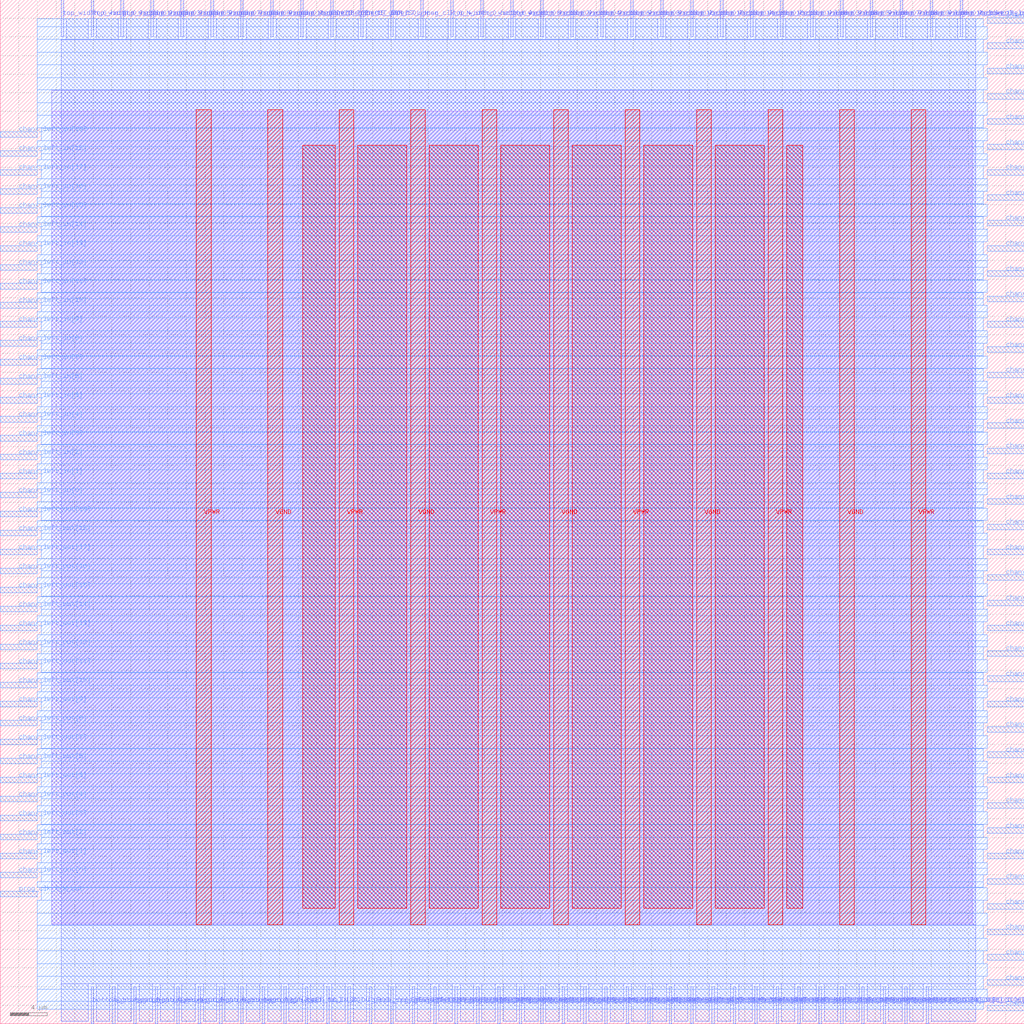
<source format=lef>
VERSION 5.7 ;
  NOWIREEXTENSIONATPIN ON ;
  DIVIDERCHAR "/" ;
  BUSBITCHARS "[]" ;
MACRO cbx_1__0_
  CLASS BLOCK ;
  FOREIGN cbx_1__0_ ;
  ORIGIN 0.000 0.000 ;
  SIZE 110.000 BY 110.000 ;
  PIN IO_ISOL_N
    DIRECTION INPUT ;
    USE SIGNAL ;
    PORT
      LAYER met2 ;
        RECT 41.950 106.000 42.230 110.000 ;
    END
  END IO_ISOL_N
  PIN SC_IN_BOT
    DIRECTION INPUT ;
    USE SIGNAL ;
    PORT
      LAYER met2 ;
        RECT 35.050 0.000 35.330 4.000 ;
    END
  END SC_IN_BOT
  PIN SC_IN_TOP
    DIRECTION INPUT ;
    USE SIGNAL ;
    PORT
      LAYER met2 ;
        RECT 35.510 106.000 35.790 110.000 ;
    END
  END SC_IN_TOP
  PIN SC_OUT_BOT
    DIRECTION OUTPUT TRISTATE ;
    USE SIGNAL ;
    PORT
      LAYER met2 ;
        RECT 37.350 0.000 37.630 4.000 ;
    END
  END SC_OUT_BOT
  PIN SC_OUT_TOP
    DIRECTION OUTPUT TRISTATE ;
    USE SIGNAL ;
    PORT
      LAYER met2 ;
        RECT 38.730 106.000 39.010 110.000 ;
    END
  END SC_OUT_TOP
  PIN VGND
    DIRECTION INOUT ;
    USE GROUND ;
    PORT
      LAYER met4 ;
        RECT 28.720 10.640 30.320 98.160 ;
    END
    PORT
      LAYER met4 ;
        RECT 44.080 10.640 45.680 98.160 ;
    END
    PORT
      LAYER met4 ;
        RECT 59.440 10.640 61.040 98.160 ;
    END
    PORT
      LAYER met4 ;
        RECT 74.800 10.640 76.400 98.160 ;
    END
    PORT
      LAYER met4 ;
        RECT 90.160 10.640 91.760 98.160 ;
    END
  END VGND
  PIN VPWR
    DIRECTION INOUT ;
    USE POWER ;
    PORT
      LAYER met4 ;
        RECT 21.040 10.640 22.640 98.160 ;
    END
    PORT
      LAYER met4 ;
        RECT 36.400 10.640 38.000 98.160 ;
    END
    PORT
      LAYER met4 ;
        RECT 51.760 10.640 53.360 98.160 ;
    END
    PORT
      LAYER met4 ;
        RECT 67.120 10.640 68.720 98.160 ;
    END
    PORT
      LAYER met4 ;
        RECT 82.480 10.640 84.080 98.160 ;
    END
    PORT
      LAYER met4 ;
        RECT 97.840 10.640 99.440 98.160 ;
    END
  END VPWR
  PIN bottom_grid_pin_0_
    DIRECTION OUTPUT TRISTATE ;
    USE SIGNAL ;
    PORT
      LAYER met2 ;
        RECT 9.750 0.000 10.030 4.000 ;
    END
  END bottom_grid_pin_0_
  PIN bottom_grid_pin_10_
    DIRECTION OUTPUT TRISTATE ;
    USE SIGNAL ;
    PORT
      LAYER met2 ;
        RECT 21.250 0.000 21.530 4.000 ;
    END
  END bottom_grid_pin_10_
  PIN bottom_grid_pin_12_
    DIRECTION OUTPUT TRISTATE ;
    USE SIGNAL ;
    PORT
      LAYER met2 ;
        RECT 23.550 0.000 23.830 4.000 ;
    END
  END bottom_grid_pin_12_
  PIN bottom_grid_pin_14_
    DIRECTION OUTPUT TRISTATE ;
    USE SIGNAL ;
    PORT
      LAYER met2 ;
        RECT 25.850 0.000 26.130 4.000 ;
    END
  END bottom_grid_pin_14_
  PIN bottom_grid_pin_16_
    DIRECTION OUTPUT TRISTATE ;
    USE SIGNAL ;
    PORT
      LAYER met2 ;
        RECT 28.150 0.000 28.430 4.000 ;
    END
  END bottom_grid_pin_16_
  PIN bottom_grid_pin_2_
    DIRECTION OUTPUT TRISTATE ;
    USE SIGNAL ;
    PORT
      LAYER met2 ;
        RECT 12.050 0.000 12.330 4.000 ;
    END
  END bottom_grid_pin_2_
  PIN bottom_grid_pin_4_
    DIRECTION OUTPUT TRISTATE ;
    USE SIGNAL ;
    PORT
      LAYER met2 ;
        RECT 14.350 0.000 14.630 4.000 ;
    END
  END bottom_grid_pin_4_
  PIN bottom_grid_pin_6_
    DIRECTION OUTPUT TRISTATE ;
    USE SIGNAL ;
    PORT
      LAYER met2 ;
        RECT 16.650 0.000 16.930 4.000 ;
    END
  END bottom_grid_pin_6_
  PIN bottom_grid_pin_8_
    DIRECTION OUTPUT TRISTATE ;
    USE SIGNAL ;
    PORT
      LAYER met2 ;
        RECT 18.950 0.000 19.230 4.000 ;
    END
  END bottom_grid_pin_8_
  PIN ccff_head
    DIRECTION INPUT ;
    USE SIGNAL ;
    PORT
      LAYER met2 ;
        RECT 30.450 0.000 30.730 4.000 ;
    END
  END ccff_head
  PIN ccff_tail
    DIRECTION OUTPUT TRISTATE ;
    USE SIGNAL ;
    PORT
      LAYER met2 ;
        RECT 32.750 0.000 33.030 4.000 ;
    END
  END ccff_tail
  PIN chanx_left_in[0]
    DIRECTION INPUT ;
    USE SIGNAL ;
    PORT
      LAYER met3 ;
        RECT 0.000 56.480 4.000 57.080 ;
    END
  END chanx_left_in[0]
  PIN chanx_left_in[10]
    DIRECTION INPUT ;
    USE SIGNAL ;
    PORT
      LAYER met3 ;
        RECT 0.000 76.880 4.000 77.480 ;
    END
  END chanx_left_in[10]
  PIN chanx_left_in[11]
    DIRECTION INPUT ;
    USE SIGNAL ;
    PORT
      LAYER met3 ;
        RECT 0.000 78.920 4.000 79.520 ;
    END
  END chanx_left_in[11]
  PIN chanx_left_in[12]
    DIRECTION INPUT ;
    USE SIGNAL ;
    PORT
      LAYER met3 ;
        RECT 0.000 80.960 4.000 81.560 ;
    END
  END chanx_left_in[12]
  PIN chanx_left_in[13]
    DIRECTION INPUT ;
    USE SIGNAL ;
    PORT
      LAYER met3 ;
        RECT 0.000 83.000 4.000 83.600 ;
    END
  END chanx_left_in[13]
  PIN chanx_left_in[14]
    DIRECTION INPUT ;
    USE SIGNAL ;
    PORT
      LAYER met3 ;
        RECT 0.000 85.040 4.000 85.640 ;
    END
  END chanx_left_in[14]
  PIN chanx_left_in[15]
    DIRECTION INPUT ;
    USE SIGNAL ;
    PORT
      LAYER met3 ;
        RECT 0.000 87.080 4.000 87.680 ;
    END
  END chanx_left_in[15]
  PIN chanx_left_in[16]
    DIRECTION INPUT ;
    USE SIGNAL ;
    PORT
      LAYER met3 ;
        RECT 0.000 89.120 4.000 89.720 ;
    END
  END chanx_left_in[16]
  PIN chanx_left_in[17]
    DIRECTION INPUT ;
    USE SIGNAL ;
    PORT
      LAYER met3 ;
        RECT 0.000 91.160 4.000 91.760 ;
    END
  END chanx_left_in[17]
  PIN chanx_left_in[18]
    DIRECTION INPUT ;
    USE SIGNAL ;
    PORT
      LAYER met3 ;
        RECT 0.000 93.200 4.000 93.800 ;
    END
  END chanx_left_in[18]
  PIN chanx_left_in[19]
    DIRECTION INPUT ;
    USE SIGNAL ;
    PORT
      LAYER met3 ;
        RECT 0.000 95.240 4.000 95.840 ;
    END
  END chanx_left_in[19]
  PIN chanx_left_in[1]
    DIRECTION INPUT ;
    USE SIGNAL ;
    PORT
      LAYER met3 ;
        RECT 0.000 58.520 4.000 59.120 ;
    END
  END chanx_left_in[1]
  PIN chanx_left_in[2]
    DIRECTION INPUT ;
    USE SIGNAL ;
    PORT
      LAYER met3 ;
        RECT 0.000 60.560 4.000 61.160 ;
    END
  END chanx_left_in[2]
  PIN chanx_left_in[3]
    DIRECTION INPUT ;
    USE SIGNAL ;
    PORT
      LAYER met3 ;
        RECT 0.000 62.600 4.000 63.200 ;
    END
  END chanx_left_in[3]
  PIN chanx_left_in[4]
    DIRECTION INPUT ;
    USE SIGNAL ;
    PORT
      LAYER met3 ;
        RECT 0.000 64.640 4.000 65.240 ;
    END
  END chanx_left_in[4]
  PIN chanx_left_in[5]
    DIRECTION INPUT ;
    USE SIGNAL ;
    PORT
      LAYER met3 ;
        RECT 0.000 66.680 4.000 67.280 ;
    END
  END chanx_left_in[5]
  PIN chanx_left_in[6]
    DIRECTION INPUT ;
    USE SIGNAL ;
    PORT
      LAYER met3 ;
        RECT 0.000 68.720 4.000 69.320 ;
    END
  END chanx_left_in[6]
  PIN chanx_left_in[7]
    DIRECTION INPUT ;
    USE SIGNAL ;
    PORT
      LAYER met3 ;
        RECT 0.000 70.760 4.000 71.360 ;
    END
  END chanx_left_in[7]
  PIN chanx_left_in[8]
    DIRECTION INPUT ;
    USE SIGNAL ;
    PORT
      LAYER met3 ;
        RECT 0.000 72.800 4.000 73.400 ;
    END
  END chanx_left_in[8]
  PIN chanx_left_in[9]
    DIRECTION INPUT ;
    USE SIGNAL ;
    PORT
      LAYER met3 ;
        RECT 0.000 74.840 4.000 75.440 ;
    END
  END chanx_left_in[9]
  PIN chanx_left_out[0]
    DIRECTION OUTPUT TRISTATE ;
    USE SIGNAL ;
    PORT
      LAYER met3 ;
        RECT 0.000 15.680 4.000 16.280 ;
    END
  END chanx_left_out[0]
  PIN chanx_left_out[10]
    DIRECTION OUTPUT TRISTATE ;
    USE SIGNAL ;
    PORT
      LAYER met3 ;
        RECT 0.000 36.080 4.000 36.680 ;
    END
  END chanx_left_out[10]
  PIN chanx_left_out[11]
    DIRECTION OUTPUT TRISTATE ;
    USE SIGNAL ;
    PORT
      LAYER met3 ;
        RECT 0.000 38.120 4.000 38.720 ;
    END
  END chanx_left_out[11]
  PIN chanx_left_out[12]
    DIRECTION OUTPUT TRISTATE ;
    USE SIGNAL ;
    PORT
      LAYER met3 ;
        RECT 0.000 40.160 4.000 40.760 ;
    END
  END chanx_left_out[12]
  PIN chanx_left_out[13]
    DIRECTION OUTPUT TRISTATE ;
    USE SIGNAL ;
    PORT
      LAYER met3 ;
        RECT 0.000 42.200 4.000 42.800 ;
    END
  END chanx_left_out[13]
  PIN chanx_left_out[14]
    DIRECTION OUTPUT TRISTATE ;
    USE SIGNAL ;
    PORT
      LAYER met3 ;
        RECT 0.000 44.240 4.000 44.840 ;
    END
  END chanx_left_out[14]
  PIN chanx_left_out[15]
    DIRECTION OUTPUT TRISTATE ;
    USE SIGNAL ;
    PORT
      LAYER met3 ;
        RECT 0.000 46.280 4.000 46.880 ;
    END
  END chanx_left_out[15]
  PIN chanx_left_out[16]
    DIRECTION OUTPUT TRISTATE ;
    USE SIGNAL ;
    PORT
      LAYER met3 ;
        RECT 0.000 48.320 4.000 48.920 ;
    END
  END chanx_left_out[16]
  PIN chanx_left_out[17]
    DIRECTION OUTPUT TRISTATE ;
    USE SIGNAL ;
    PORT
      LAYER met3 ;
        RECT 0.000 50.360 4.000 50.960 ;
    END
  END chanx_left_out[17]
  PIN chanx_left_out[18]
    DIRECTION OUTPUT TRISTATE ;
    USE SIGNAL ;
    PORT
      LAYER met3 ;
        RECT 0.000 52.400 4.000 53.000 ;
    END
  END chanx_left_out[18]
  PIN chanx_left_out[19]
    DIRECTION OUTPUT TRISTATE ;
    USE SIGNAL ;
    PORT
      LAYER met3 ;
        RECT 0.000 54.440 4.000 55.040 ;
    END
  END chanx_left_out[19]
  PIN chanx_left_out[1]
    DIRECTION OUTPUT TRISTATE ;
    USE SIGNAL ;
    PORT
      LAYER met3 ;
        RECT 0.000 17.720 4.000 18.320 ;
    END
  END chanx_left_out[1]
  PIN chanx_left_out[2]
    DIRECTION OUTPUT TRISTATE ;
    USE SIGNAL ;
    PORT
      LAYER met3 ;
        RECT 0.000 19.760 4.000 20.360 ;
    END
  END chanx_left_out[2]
  PIN chanx_left_out[3]
    DIRECTION OUTPUT TRISTATE ;
    USE SIGNAL ;
    PORT
      LAYER met3 ;
        RECT 0.000 21.800 4.000 22.400 ;
    END
  END chanx_left_out[3]
  PIN chanx_left_out[4]
    DIRECTION OUTPUT TRISTATE ;
    USE SIGNAL ;
    PORT
      LAYER met3 ;
        RECT 0.000 23.840 4.000 24.440 ;
    END
  END chanx_left_out[4]
  PIN chanx_left_out[5]
    DIRECTION OUTPUT TRISTATE ;
    USE SIGNAL ;
    PORT
      LAYER met3 ;
        RECT 0.000 25.880 4.000 26.480 ;
    END
  END chanx_left_out[5]
  PIN chanx_left_out[6]
    DIRECTION OUTPUT TRISTATE ;
    USE SIGNAL ;
    PORT
      LAYER met3 ;
        RECT 0.000 27.920 4.000 28.520 ;
    END
  END chanx_left_out[6]
  PIN chanx_left_out[7]
    DIRECTION OUTPUT TRISTATE ;
    USE SIGNAL ;
    PORT
      LAYER met3 ;
        RECT 0.000 29.960 4.000 30.560 ;
    END
  END chanx_left_out[7]
  PIN chanx_left_out[8]
    DIRECTION OUTPUT TRISTATE ;
    USE SIGNAL ;
    PORT
      LAYER met3 ;
        RECT 0.000 32.000 4.000 32.600 ;
    END
  END chanx_left_out[8]
  PIN chanx_left_out[9]
    DIRECTION OUTPUT TRISTATE ;
    USE SIGNAL ;
    PORT
      LAYER met3 ;
        RECT 0.000 34.040 4.000 34.640 ;
    END
  END chanx_left_out[9]
  PIN chanx_right_in[0]
    DIRECTION INPUT ;
    USE SIGNAL ;
    PORT
      LAYER met3 ;
        RECT 106.000 1.400 110.000 2.000 ;
    END
  END chanx_right_in[0]
  PIN chanx_right_in[10]
    DIRECTION INPUT ;
    USE SIGNAL ;
    PORT
      LAYER met3 ;
        RECT 106.000 28.600 110.000 29.200 ;
    END
  END chanx_right_in[10]
  PIN chanx_right_in[11]
    DIRECTION INPUT ;
    USE SIGNAL ;
    PORT
      LAYER met3 ;
        RECT 106.000 31.320 110.000 31.920 ;
    END
  END chanx_right_in[11]
  PIN chanx_right_in[12]
    DIRECTION INPUT ;
    USE SIGNAL ;
    PORT
      LAYER met3 ;
        RECT 106.000 34.040 110.000 34.640 ;
    END
  END chanx_right_in[12]
  PIN chanx_right_in[13]
    DIRECTION INPUT ;
    USE SIGNAL ;
    PORT
      LAYER met3 ;
        RECT 106.000 36.760 110.000 37.360 ;
    END
  END chanx_right_in[13]
  PIN chanx_right_in[14]
    DIRECTION INPUT ;
    USE SIGNAL ;
    PORT
      LAYER met3 ;
        RECT 106.000 39.480 110.000 40.080 ;
    END
  END chanx_right_in[14]
  PIN chanx_right_in[15]
    DIRECTION INPUT ;
    USE SIGNAL ;
    PORT
      LAYER met3 ;
        RECT 106.000 42.200 110.000 42.800 ;
    END
  END chanx_right_in[15]
  PIN chanx_right_in[16]
    DIRECTION INPUT ;
    USE SIGNAL ;
    PORT
      LAYER met3 ;
        RECT 106.000 44.920 110.000 45.520 ;
    END
  END chanx_right_in[16]
  PIN chanx_right_in[17]
    DIRECTION INPUT ;
    USE SIGNAL ;
    PORT
      LAYER met3 ;
        RECT 106.000 47.640 110.000 48.240 ;
    END
  END chanx_right_in[17]
  PIN chanx_right_in[18]
    DIRECTION INPUT ;
    USE SIGNAL ;
    PORT
      LAYER met3 ;
        RECT 106.000 50.360 110.000 50.960 ;
    END
  END chanx_right_in[18]
  PIN chanx_right_in[19]
    DIRECTION INPUT ;
    USE SIGNAL ;
    PORT
      LAYER met3 ;
        RECT 106.000 53.080 110.000 53.680 ;
    END
  END chanx_right_in[19]
  PIN chanx_right_in[1]
    DIRECTION INPUT ;
    USE SIGNAL ;
    PORT
      LAYER met3 ;
        RECT 106.000 4.120 110.000 4.720 ;
    END
  END chanx_right_in[1]
  PIN chanx_right_in[2]
    DIRECTION INPUT ;
    USE SIGNAL ;
    PORT
      LAYER met3 ;
        RECT 106.000 6.840 110.000 7.440 ;
    END
  END chanx_right_in[2]
  PIN chanx_right_in[3]
    DIRECTION INPUT ;
    USE SIGNAL ;
    PORT
      LAYER met3 ;
        RECT 106.000 9.560 110.000 10.160 ;
    END
  END chanx_right_in[3]
  PIN chanx_right_in[4]
    DIRECTION INPUT ;
    USE SIGNAL ;
    PORT
      LAYER met3 ;
        RECT 106.000 12.280 110.000 12.880 ;
    END
  END chanx_right_in[4]
  PIN chanx_right_in[5]
    DIRECTION INPUT ;
    USE SIGNAL ;
    PORT
      LAYER met3 ;
        RECT 106.000 15.000 110.000 15.600 ;
    END
  END chanx_right_in[5]
  PIN chanx_right_in[6]
    DIRECTION INPUT ;
    USE SIGNAL ;
    PORT
      LAYER met3 ;
        RECT 106.000 17.720 110.000 18.320 ;
    END
  END chanx_right_in[6]
  PIN chanx_right_in[7]
    DIRECTION INPUT ;
    USE SIGNAL ;
    PORT
      LAYER met3 ;
        RECT 106.000 20.440 110.000 21.040 ;
    END
  END chanx_right_in[7]
  PIN chanx_right_in[8]
    DIRECTION INPUT ;
    USE SIGNAL ;
    PORT
      LAYER met3 ;
        RECT 106.000 23.160 110.000 23.760 ;
    END
  END chanx_right_in[8]
  PIN chanx_right_in[9]
    DIRECTION INPUT ;
    USE SIGNAL ;
    PORT
      LAYER met3 ;
        RECT 106.000 25.880 110.000 26.480 ;
    END
  END chanx_right_in[9]
  PIN chanx_right_out[0]
    DIRECTION OUTPUT TRISTATE ;
    USE SIGNAL ;
    PORT
      LAYER met3 ;
        RECT 106.000 55.800 110.000 56.400 ;
    END
  END chanx_right_out[0]
  PIN chanx_right_out[10]
    DIRECTION OUTPUT TRISTATE ;
    USE SIGNAL ;
    PORT
      LAYER met3 ;
        RECT 106.000 83.000 110.000 83.600 ;
    END
  END chanx_right_out[10]
  PIN chanx_right_out[11]
    DIRECTION OUTPUT TRISTATE ;
    USE SIGNAL ;
    PORT
      LAYER met3 ;
        RECT 106.000 85.720 110.000 86.320 ;
    END
  END chanx_right_out[11]
  PIN chanx_right_out[12]
    DIRECTION OUTPUT TRISTATE ;
    USE SIGNAL ;
    PORT
      LAYER met3 ;
        RECT 106.000 88.440 110.000 89.040 ;
    END
  END chanx_right_out[12]
  PIN chanx_right_out[13]
    DIRECTION OUTPUT TRISTATE ;
    USE SIGNAL ;
    PORT
      LAYER met3 ;
        RECT 106.000 91.160 110.000 91.760 ;
    END
  END chanx_right_out[13]
  PIN chanx_right_out[14]
    DIRECTION OUTPUT TRISTATE ;
    USE SIGNAL ;
    PORT
      LAYER met3 ;
        RECT 106.000 93.880 110.000 94.480 ;
    END
  END chanx_right_out[14]
  PIN chanx_right_out[15]
    DIRECTION OUTPUT TRISTATE ;
    USE SIGNAL ;
    PORT
      LAYER met3 ;
        RECT 106.000 96.600 110.000 97.200 ;
    END
  END chanx_right_out[15]
  PIN chanx_right_out[16]
    DIRECTION OUTPUT TRISTATE ;
    USE SIGNAL ;
    PORT
      LAYER met3 ;
        RECT 106.000 99.320 110.000 99.920 ;
    END
  END chanx_right_out[16]
  PIN chanx_right_out[17]
    DIRECTION OUTPUT TRISTATE ;
    USE SIGNAL ;
    PORT
      LAYER met3 ;
        RECT 106.000 102.040 110.000 102.640 ;
    END
  END chanx_right_out[17]
  PIN chanx_right_out[18]
    DIRECTION OUTPUT TRISTATE ;
    USE SIGNAL ;
    PORT
      LAYER met3 ;
        RECT 106.000 104.760 110.000 105.360 ;
    END
  END chanx_right_out[18]
  PIN chanx_right_out[19]
    DIRECTION OUTPUT TRISTATE ;
    USE SIGNAL ;
    PORT
      LAYER met3 ;
        RECT 106.000 107.480 110.000 108.080 ;
    END
  END chanx_right_out[19]
  PIN chanx_right_out[1]
    DIRECTION OUTPUT TRISTATE ;
    USE SIGNAL ;
    PORT
      LAYER met3 ;
        RECT 106.000 58.520 110.000 59.120 ;
    END
  END chanx_right_out[1]
  PIN chanx_right_out[2]
    DIRECTION OUTPUT TRISTATE ;
    USE SIGNAL ;
    PORT
      LAYER met3 ;
        RECT 106.000 61.240 110.000 61.840 ;
    END
  END chanx_right_out[2]
  PIN chanx_right_out[3]
    DIRECTION OUTPUT TRISTATE ;
    USE SIGNAL ;
    PORT
      LAYER met3 ;
        RECT 106.000 63.960 110.000 64.560 ;
    END
  END chanx_right_out[3]
  PIN chanx_right_out[4]
    DIRECTION OUTPUT TRISTATE ;
    USE SIGNAL ;
    PORT
      LAYER met3 ;
        RECT 106.000 66.680 110.000 67.280 ;
    END
  END chanx_right_out[4]
  PIN chanx_right_out[5]
    DIRECTION OUTPUT TRISTATE ;
    USE SIGNAL ;
    PORT
      LAYER met3 ;
        RECT 106.000 69.400 110.000 70.000 ;
    END
  END chanx_right_out[5]
  PIN chanx_right_out[6]
    DIRECTION OUTPUT TRISTATE ;
    USE SIGNAL ;
    PORT
      LAYER met3 ;
        RECT 106.000 72.120 110.000 72.720 ;
    END
  END chanx_right_out[6]
  PIN chanx_right_out[7]
    DIRECTION OUTPUT TRISTATE ;
    USE SIGNAL ;
    PORT
      LAYER met3 ;
        RECT 106.000 74.840 110.000 75.440 ;
    END
  END chanx_right_out[7]
  PIN chanx_right_out[8]
    DIRECTION OUTPUT TRISTATE ;
    USE SIGNAL ;
    PORT
      LAYER met3 ;
        RECT 106.000 77.560 110.000 78.160 ;
    END
  END chanx_right_out[8]
  PIN chanx_right_out[9]
    DIRECTION OUTPUT TRISTATE ;
    USE SIGNAL ;
    PORT
      LAYER met3 ;
        RECT 106.000 80.280 110.000 80.880 ;
    END
  END chanx_right_out[9]
  PIN gfpga_pad_EMBEDDED_IO_HD_SOC_DIR[0]
    DIRECTION OUTPUT TRISTATE ;
    USE SIGNAL ;
    PORT
      LAYER met2 ;
        RECT 39.650 0.000 39.930 4.000 ;
    END
  END gfpga_pad_EMBEDDED_IO_HD_SOC_DIR[0]
  PIN gfpga_pad_EMBEDDED_IO_HD_SOC_DIR[1]
    DIRECTION OUTPUT TRISTATE ;
    USE SIGNAL ;
    PORT
      LAYER met2 ;
        RECT 41.950 0.000 42.230 4.000 ;
    END
  END gfpga_pad_EMBEDDED_IO_HD_SOC_DIR[1]
  PIN gfpga_pad_EMBEDDED_IO_HD_SOC_DIR[2]
    DIRECTION OUTPUT TRISTATE ;
    USE SIGNAL ;
    PORT
      LAYER met2 ;
        RECT 44.250 0.000 44.530 4.000 ;
    END
  END gfpga_pad_EMBEDDED_IO_HD_SOC_DIR[2]
  PIN gfpga_pad_EMBEDDED_IO_HD_SOC_DIR[3]
    DIRECTION OUTPUT TRISTATE ;
    USE SIGNAL ;
    PORT
      LAYER met2 ;
        RECT 46.550 0.000 46.830 4.000 ;
    END
  END gfpga_pad_EMBEDDED_IO_HD_SOC_DIR[3]
  PIN gfpga_pad_EMBEDDED_IO_HD_SOC_DIR[4]
    DIRECTION OUTPUT TRISTATE ;
    USE SIGNAL ;
    PORT
      LAYER met2 ;
        RECT 48.850 0.000 49.130 4.000 ;
    END
  END gfpga_pad_EMBEDDED_IO_HD_SOC_DIR[4]
  PIN gfpga_pad_EMBEDDED_IO_HD_SOC_DIR[5]
    DIRECTION OUTPUT TRISTATE ;
    USE SIGNAL ;
    PORT
      LAYER met2 ;
        RECT 51.150 0.000 51.430 4.000 ;
    END
  END gfpga_pad_EMBEDDED_IO_HD_SOC_DIR[5]
  PIN gfpga_pad_EMBEDDED_IO_HD_SOC_DIR[6]
    DIRECTION OUTPUT TRISTATE ;
    USE SIGNAL ;
    PORT
      LAYER met2 ;
        RECT 53.450 0.000 53.730 4.000 ;
    END
  END gfpga_pad_EMBEDDED_IO_HD_SOC_DIR[6]
  PIN gfpga_pad_EMBEDDED_IO_HD_SOC_DIR[7]
    DIRECTION OUTPUT TRISTATE ;
    USE SIGNAL ;
    PORT
      LAYER met2 ;
        RECT 55.750 0.000 56.030 4.000 ;
    END
  END gfpga_pad_EMBEDDED_IO_HD_SOC_DIR[7]
  PIN gfpga_pad_EMBEDDED_IO_HD_SOC_DIR[8]
    DIRECTION OUTPUT TRISTATE ;
    USE SIGNAL ;
    PORT
      LAYER met2 ;
        RECT 58.050 0.000 58.330 4.000 ;
    END
  END gfpga_pad_EMBEDDED_IO_HD_SOC_DIR[8]
  PIN gfpga_pad_EMBEDDED_IO_HD_SOC_IN[0]
    DIRECTION INPUT ;
    USE SIGNAL ;
    PORT
      LAYER met2 ;
        RECT 60.350 0.000 60.630 4.000 ;
    END
  END gfpga_pad_EMBEDDED_IO_HD_SOC_IN[0]
  PIN gfpga_pad_EMBEDDED_IO_HD_SOC_IN[1]
    DIRECTION INPUT ;
    USE SIGNAL ;
    PORT
      LAYER met2 ;
        RECT 62.650 0.000 62.930 4.000 ;
    END
  END gfpga_pad_EMBEDDED_IO_HD_SOC_IN[1]
  PIN gfpga_pad_EMBEDDED_IO_HD_SOC_IN[2]
    DIRECTION INPUT ;
    USE SIGNAL ;
    PORT
      LAYER met2 ;
        RECT 64.950 0.000 65.230 4.000 ;
    END
  END gfpga_pad_EMBEDDED_IO_HD_SOC_IN[2]
  PIN gfpga_pad_EMBEDDED_IO_HD_SOC_IN[3]
    DIRECTION INPUT ;
    USE SIGNAL ;
    PORT
      LAYER met2 ;
        RECT 67.250 0.000 67.530 4.000 ;
    END
  END gfpga_pad_EMBEDDED_IO_HD_SOC_IN[3]
  PIN gfpga_pad_EMBEDDED_IO_HD_SOC_IN[4]
    DIRECTION INPUT ;
    USE SIGNAL ;
    PORT
      LAYER met2 ;
        RECT 69.550 0.000 69.830 4.000 ;
    END
  END gfpga_pad_EMBEDDED_IO_HD_SOC_IN[4]
  PIN gfpga_pad_EMBEDDED_IO_HD_SOC_IN[5]
    DIRECTION INPUT ;
    USE SIGNAL ;
    PORT
      LAYER met2 ;
        RECT 71.850 0.000 72.130 4.000 ;
    END
  END gfpga_pad_EMBEDDED_IO_HD_SOC_IN[5]
  PIN gfpga_pad_EMBEDDED_IO_HD_SOC_IN[6]
    DIRECTION INPUT ;
    USE SIGNAL ;
    PORT
      LAYER met2 ;
        RECT 74.150 0.000 74.430 4.000 ;
    END
  END gfpga_pad_EMBEDDED_IO_HD_SOC_IN[6]
  PIN gfpga_pad_EMBEDDED_IO_HD_SOC_IN[7]
    DIRECTION INPUT ;
    USE SIGNAL ;
    PORT
      LAYER met2 ;
        RECT 76.450 0.000 76.730 4.000 ;
    END
  END gfpga_pad_EMBEDDED_IO_HD_SOC_IN[7]
  PIN gfpga_pad_EMBEDDED_IO_HD_SOC_IN[8]
    DIRECTION INPUT ;
    USE SIGNAL ;
    PORT
      LAYER met2 ;
        RECT 78.750 0.000 79.030 4.000 ;
    END
  END gfpga_pad_EMBEDDED_IO_HD_SOC_IN[8]
  PIN gfpga_pad_EMBEDDED_IO_HD_SOC_OUT[0]
    DIRECTION OUTPUT TRISTATE ;
    USE SIGNAL ;
    PORT
      LAYER met2 ;
        RECT 81.050 0.000 81.330 4.000 ;
    END
  END gfpga_pad_EMBEDDED_IO_HD_SOC_OUT[0]
  PIN gfpga_pad_EMBEDDED_IO_HD_SOC_OUT[1]
    DIRECTION OUTPUT TRISTATE ;
    USE SIGNAL ;
    PORT
      LAYER met2 ;
        RECT 83.350 0.000 83.630 4.000 ;
    END
  END gfpga_pad_EMBEDDED_IO_HD_SOC_OUT[1]
  PIN gfpga_pad_EMBEDDED_IO_HD_SOC_OUT[2]
    DIRECTION OUTPUT TRISTATE ;
    USE SIGNAL ;
    PORT
      LAYER met2 ;
        RECT 85.650 0.000 85.930 4.000 ;
    END
  END gfpga_pad_EMBEDDED_IO_HD_SOC_OUT[2]
  PIN gfpga_pad_EMBEDDED_IO_HD_SOC_OUT[3]
    DIRECTION OUTPUT TRISTATE ;
    USE SIGNAL ;
    PORT
      LAYER met2 ;
        RECT 87.950 0.000 88.230 4.000 ;
    END
  END gfpga_pad_EMBEDDED_IO_HD_SOC_OUT[3]
  PIN gfpga_pad_EMBEDDED_IO_HD_SOC_OUT[4]
    DIRECTION OUTPUT TRISTATE ;
    USE SIGNAL ;
    PORT
      LAYER met2 ;
        RECT 90.250 0.000 90.530 4.000 ;
    END
  END gfpga_pad_EMBEDDED_IO_HD_SOC_OUT[4]
  PIN gfpga_pad_EMBEDDED_IO_HD_SOC_OUT[5]
    DIRECTION OUTPUT TRISTATE ;
    USE SIGNAL ;
    PORT
      LAYER met2 ;
        RECT 92.550 0.000 92.830 4.000 ;
    END
  END gfpga_pad_EMBEDDED_IO_HD_SOC_OUT[5]
  PIN gfpga_pad_EMBEDDED_IO_HD_SOC_OUT[6]
    DIRECTION OUTPUT TRISTATE ;
    USE SIGNAL ;
    PORT
      LAYER met2 ;
        RECT 94.850 0.000 95.130 4.000 ;
    END
  END gfpga_pad_EMBEDDED_IO_HD_SOC_OUT[6]
  PIN gfpga_pad_EMBEDDED_IO_HD_SOC_OUT[7]
    DIRECTION OUTPUT TRISTATE ;
    USE SIGNAL ;
    PORT
      LAYER met2 ;
        RECT 97.150 0.000 97.430 4.000 ;
    END
  END gfpga_pad_EMBEDDED_IO_HD_SOC_OUT[7]
  PIN gfpga_pad_EMBEDDED_IO_HD_SOC_OUT[8]
    DIRECTION OUTPUT TRISTATE ;
    USE SIGNAL ;
    PORT
      LAYER met2 ;
        RECT 99.450 0.000 99.730 4.000 ;
    END
  END gfpga_pad_EMBEDDED_IO_HD_SOC_OUT[8]
  PIN prog_clk_0_N_in
    DIRECTION INPUT ;
    USE SIGNAL ;
    PORT
      LAYER met2 ;
        RECT 45.170 106.000 45.450 110.000 ;
    END
  END prog_clk_0_N_in
  PIN prog_clk_0_W_out
    DIRECTION OUTPUT TRISTATE ;
    USE SIGNAL ;
    PORT
      LAYER met3 ;
        RECT 0.000 13.640 4.000 14.240 ;
    END
  END prog_clk_0_W_out
  PIN top_width_0_height_0__pin_0_
    DIRECTION INPUT ;
    USE SIGNAL ;
    PORT
      LAYER met2 ;
        RECT 48.390 106.000 48.670 110.000 ;
    END
  END top_width_0_height_0__pin_0_
  PIN top_width_0_height_0__pin_10_
    DIRECTION INPUT ;
    USE SIGNAL ;
    PORT
      LAYER met2 ;
        RECT 64.490 106.000 64.770 110.000 ;
    END
  END top_width_0_height_0__pin_10_
  PIN top_width_0_height_0__pin_11_lower
    DIRECTION OUTPUT TRISTATE ;
    USE SIGNAL ;
    PORT
      LAYER met2 ;
        RECT 93.470 106.000 93.750 110.000 ;
    END
  END top_width_0_height_0__pin_11_lower
  PIN top_width_0_height_0__pin_11_upper
    DIRECTION OUTPUT TRISTATE ;
    USE SIGNAL ;
    PORT
      LAYER met2 ;
        RECT 22.630 106.000 22.910 110.000 ;
    END
  END top_width_0_height_0__pin_11_upper
  PIN top_width_0_height_0__pin_12_
    DIRECTION INPUT ;
    USE SIGNAL ;
    PORT
      LAYER met2 ;
        RECT 67.710 106.000 67.990 110.000 ;
    END
  END top_width_0_height_0__pin_12_
  PIN top_width_0_height_0__pin_13_lower
    DIRECTION OUTPUT TRISTATE ;
    USE SIGNAL ;
    PORT
      LAYER met2 ;
        RECT 96.690 106.000 96.970 110.000 ;
    END
  END top_width_0_height_0__pin_13_lower
  PIN top_width_0_height_0__pin_13_upper
    DIRECTION OUTPUT TRISTATE ;
    USE SIGNAL ;
    PORT
      LAYER met2 ;
        RECT 25.850 106.000 26.130 110.000 ;
    END
  END top_width_0_height_0__pin_13_upper
  PIN top_width_0_height_0__pin_14_
    DIRECTION INPUT ;
    USE SIGNAL ;
    PORT
      LAYER met2 ;
        RECT 70.930 106.000 71.210 110.000 ;
    END
  END top_width_0_height_0__pin_14_
  PIN top_width_0_height_0__pin_15_lower
    DIRECTION OUTPUT TRISTATE ;
    USE SIGNAL ;
    PORT
      LAYER met2 ;
        RECT 99.910 106.000 100.190 110.000 ;
    END
  END top_width_0_height_0__pin_15_lower
  PIN top_width_0_height_0__pin_15_upper
    DIRECTION OUTPUT TRISTATE ;
    USE SIGNAL ;
    PORT
      LAYER met2 ;
        RECT 29.070 106.000 29.350 110.000 ;
    END
  END top_width_0_height_0__pin_15_upper
  PIN top_width_0_height_0__pin_16_
    DIRECTION INPUT ;
    USE SIGNAL ;
    PORT
      LAYER met2 ;
        RECT 74.150 106.000 74.430 110.000 ;
    END
  END top_width_0_height_0__pin_16_
  PIN top_width_0_height_0__pin_17_lower
    DIRECTION OUTPUT TRISTATE ;
    USE SIGNAL ;
    PORT
      LAYER met2 ;
        RECT 103.130 106.000 103.410 110.000 ;
    END
  END top_width_0_height_0__pin_17_lower
  PIN top_width_0_height_0__pin_17_upper
    DIRECTION OUTPUT TRISTATE ;
    USE SIGNAL ;
    PORT
      LAYER met2 ;
        RECT 32.290 106.000 32.570 110.000 ;
    END
  END top_width_0_height_0__pin_17_upper
  PIN top_width_0_height_0__pin_1_lower
    DIRECTION OUTPUT TRISTATE ;
    USE SIGNAL ;
    PORT
      LAYER met2 ;
        RECT 77.370 106.000 77.650 110.000 ;
    END
  END top_width_0_height_0__pin_1_lower
  PIN top_width_0_height_0__pin_1_upper
    DIRECTION OUTPUT TRISTATE ;
    USE SIGNAL ;
    PORT
      LAYER met2 ;
        RECT 6.530 106.000 6.810 110.000 ;
    END
  END top_width_0_height_0__pin_1_upper
  PIN top_width_0_height_0__pin_2_
    DIRECTION INPUT ;
    USE SIGNAL ;
    PORT
      LAYER met2 ;
        RECT 51.610 106.000 51.890 110.000 ;
    END
  END top_width_0_height_0__pin_2_
  PIN top_width_0_height_0__pin_3_lower
    DIRECTION OUTPUT TRISTATE ;
    USE SIGNAL ;
    PORT
      LAYER met2 ;
        RECT 80.590 106.000 80.870 110.000 ;
    END
  END top_width_0_height_0__pin_3_lower
  PIN top_width_0_height_0__pin_3_upper
    DIRECTION OUTPUT TRISTATE ;
    USE SIGNAL ;
    PORT
      LAYER met2 ;
        RECT 9.750 106.000 10.030 110.000 ;
    END
  END top_width_0_height_0__pin_3_upper
  PIN top_width_0_height_0__pin_4_
    DIRECTION INPUT ;
    USE SIGNAL ;
    PORT
      LAYER met2 ;
        RECT 54.830 106.000 55.110 110.000 ;
    END
  END top_width_0_height_0__pin_4_
  PIN top_width_0_height_0__pin_5_lower
    DIRECTION OUTPUT TRISTATE ;
    USE SIGNAL ;
    PORT
      LAYER met2 ;
        RECT 83.810 106.000 84.090 110.000 ;
    END
  END top_width_0_height_0__pin_5_lower
  PIN top_width_0_height_0__pin_5_upper
    DIRECTION OUTPUT TRISTATE ;
    USE SIGNAL ;
    PORT
      LAYER met2 ;
        RECT 12.970 106.000 13.250 110.000 ;
    END
  END top_width_0_height_0__pin_5_upper
  PIN top_width_0_height_0__pin_6_
    DIRECTION INPUT ;
    USE SIGNAL ;
    PORT
      LAYER met2 ;
        RECT 58.050 106.000 58.330 110.000 ;
    END
  END top_width_0_height_0__pin_6_
  PIN top_width_0_height_0__pin_7_lower
    DIRECTION OUTPUT TRISTATE ;
    USE SIGNAL ;
    PORT
      LAYER met2 ;
        RECT 87.030 106.000 87.310 110.000 ;
    END
  END top_width_0_height_0__pin_7_lower
  PIN top_width_0_height_0__pin_7_upper
    DIRECTION OUTPUT TRISTATE ;
    USE SIGNAL ;
    PORT
      LAYER met2 ;
        RECT 16.190 106.000 16.470 110.000 ;
    END
  END top_width_0_height_0__pin_7_upper
  PIN top_width_0_height_0__pin_8_
    DIRECTION INPUT ;
    USE SIGNAL ;
    PORT
      LAYER met2 ;
        RECT 61.270 106.000 61.550 110.000 ;
    END
  END top_width_0_height_0__pin_8_
  PIN top_width_0_height_0__pin_9_lower
    DIRECTION OUTPUT TRISTATE ;
    USE SIGNAL ;
    PORT
      LAYER met2 ;
        RECT 90.250 106.000 90.530 110.000 ;
    END
  END top_width_0_height_0__pin_9_lower
  PIN top_width_0_height_0__pin_9_upper
    DIRECTION OUTPUT TRISTATE ;
    USE SIGNAL ;
    PORT
      LAYER met2 ;
        RECT 19.410 106.000 19.690 110.000 ;
    END
  END top_width_0_height_0__pin_9_upper
  OBS
      LAYER li1 ;
        RECT 5.520 10.795 104.420 98.005 ;
      LAYER met1 ;
        RECT 5.520 10.640 104.810 100.260 ;
      LAYER met2 ;
        RECT 7.090 105.720 9.470 107.965 ;
        RECT 10.310 105.720 12.690 107.965 ;
        RECT 13.530 105.720 15.910 107.965 ;
        RECT 16.750 105.720 19.130 107.965 ;
        RECT 19.970 105.720 22.350 107.965 ;
        RECT 23.190 105.720 25.570 107.965 ;
        RECT 26.410 105.720 28.790 107.965 ;
        RECT 29.630 105.720 32.010 107.965 ;
        RECT 32.850 105.720 35.230 107.965 ;
        RECT 36.070 105.720 38.450 107.965 ;
        RECT 39.290 105.720 41.670 107.965 ;
        RECT 42.510 105.720 44.890 107.965 ;
        RECT 45.730 105.720 48.110 107.965 ;
        RECT 48.950 105.720 51.330 107.965 ;
        RECT 52.170 105.720 54.550 107.965 ;
        RECT 55.390 105.720 57.770 107.965 ;
        RECT 58.610 105.720 60.990 107.965 ;
        RECT 61.830 105.720 64.210 107.965 ;
        RECT 65.050 105.720 67.430 107.965 ;
        RECT 68.270 105.720 70.650 107.965 ;
        RECT 71.490 105.720 73.870 107.965 ;
        RECT 74.710 105.720 77.090 107.965 ;
        RECT 77.930 105.720 80.310 107.965 ;
        RECT 81.150 105.720 83.530 107.965 ;
        RECT 84.370 105.720 86.750 107.965 ;
        RECT 87.590 105.720 89.970 107.965 ;
        RECT 90.810 105.720 93.190 107.965 ;
        RECT 94.030 105.720 96.410 107.965 ;
        RECT 97.250 105.720 99.630 107.965 ;
        RECT 100.470 105.720 102.850 107.965 ;
        RECT 103.690 105.720 104.780 107.965 ;
        RECT 6.540 4.280 104.780 105.720 ;
        RECT 6.540 0.270 9.470 4.280 ;
        RECT 10.310 0.270 11.770 4.280 ;
        RECT 12.610 0.270 14.070 4.280 ;
        RECT 14.910 0.270 16.370 4.280 ;
        RECT 17.210 0.270 18.670 4.280 ;
        RECT 19.510 0.270 20.970 4.280 ;
        RECT 21.810 0.270 23.270 4.280 ;
        RECT 24.110 0.270 25.570 4.280 ;
        RECT 26.410 0.270 27.870 4.280 ;
        RECT 28.710 0.270 30.170 4.280 ;
        RECT 31.010 0.270 32.470 4.280 ;
        RECT 33.310 0.270 34.770 4.280 ;
        RECT 35.610 0.270 37.070 4.280 ;
        RECT 37.910 0.270 39.370 4.280 ;
        RECT 40.210 0.270 41.670 4.280 ;
        RECT 42.510 0.270 43.970 4.280 ;
        RECT 44.810 0.270 46.270 4.280 ;
        RECT 47.110 0.270 48.570 4.280 ;
        RECT 49.410 0.270 50.870 4.280 ;
        RECT 51.710 0.270 53.170 4.280 ;
        RECT 54.010 0.270 55.470 4.280 ;
        RECT 56.310 0.270 57.770 4.280 ;
        RECT 58.610 0.270 60.070 4.280 ;
        RECT 60.910 0.270 62.370 4.280 ;
        RECT 63.210 0.270 64.670 4.280 ;
        RECT 65.510 0.270 66.970 4.280 ;
        RECT 67.810 0.270 69.270 4.280 ;
        RECT 70.110 0.270 71.570 4.280 ;
        RECT 72.410 0.270 73.870 4.280 ;
        RECT 74.710 0.270 76.170 4.280 ;
        RECT 77.010 0.270 78.470 4.280 ;
        RECT 79.310 0.270 80.770 4.280 ;
        RECT 81.610 0.270 83.070 4.280 ;
        RECT 83.910 0.270 85.370 4.280 ;
        RECT 86.210 0.270 87.670 4.280 ;
        RECT 88.510 0.270 89.970 4.280 ;
        RECT 90.810 0.270 92.270 4.280 ;
        RECT 93.110 0.270 94.570 4.280 ;
        RECT 95.410 0.270 96.870 4.280 ;
        RECT 97.710 0.270 99.170 4.280 ;
        RECT 100.010 0.270 104.780 4.280 ;
      LAYER met3 ;
        RECT 4.000 107.080 105.600 107.945 ;
        RECT 4.000 105.760 106.000 107.080 ;
        RECT 4.000 104.360 105.600 105.760 ;
        RECT 4.000 103.040 106.000 104.360 ;
        RECT 4.000 101.640 105.600 103.040 ;
        RECT 4.000 100.320 106.000 101.640 ;
        RECT 4.000 98.920 105.600 100.320 ;
        RECT 4.000 97.600 106.000 98.920 ;
        RECT 4.000 96.240 105.600 97.600 ;
        RECT 4.400 96.200 105.600 96.240 ;
        RECT 4.400 94.880 106.000 96.200 ;
        RECT 4.400 94.840 105.600 94.880 ;
        RECT 4.000 94.200 105.600 94.840 ;
        RECT 4.400 93.480 105.600 94.200 ;
        RECT 4.400 92.800 106.000 93.480 ;
        RECT 4.000 92.160 106.000 92.800 ;
        RECT 4.400 90.760 105.600 92.160 ;
        RECT 4.000 90.120 106.000 90.760 ;
        RECT 4.400 89.440 106.000 90.120 ;
        RECT 4.400 88.720 105.600 89.440 ;
        RECT 4.000 88.080 105.600 88.720 ;
        RECT 4.400 88.040 105.600 88.080 ;
        RECT 4.400 86.720 106.000 88.040 ;
        RECT 4.400 86.680 105.600 86.720 ;
        RECT 4.000 86.040 105.600 86.680 ;
        RECT 4.400 85.320 105.600 86.040 ;
        RECT 4.400 84.640 106.000 85.320 ;
        RECT 4.000 84.000 106.000 84.640 ;
        RECT 4.400 82.600 105.600 84.000 ;
        RECT 4.000 81.960 106.000 82.600 ;
        RECT 4.400 81.280 106.000 81.960 ;
        RECT 4.400 80.560 105.600 81.280 ;
        RECT 4.000 79.920 105.600 80.560 ;
        RECT 4.400 79.880 105.600 79.920 ;
        RECT 4.400 78.560 106.000 79.880 ;
        RECT 4.400 78.520 105.600 78.560 ;
        RECT 4.000 77.880 105.600 78.520 ;
        RECT 4.400 77.160 105.600 77.880 ;
        RECT 4.400 76.480 106.000 77.160 ;
        RECT 4.000 75.840 106.000 76.480 ;
        RECT 4.400 74.440 105.600 75.840 ;
        RECT 4.000 73.800 106.000 74.440 ;
        RECT 4.400 73.120 106.000 73.800 ;
        RECT 4.400 72.400 105.600 73.120 ;
        RECT 4.000 71.760 105.600 72.400 ;
        RECT 4.400 71.720 105.600 71.760 ;
        RECT 4.400 70.400 106.000 71.720 ;
        RECT 4.400 70.360 105.600 70.400 ;
        RECT 4.000 69.720 105.600 70.360 ;
        RECT 4.400 69.000 105.600 69.720 ;
        RECT 4.400 68.320 106.000 69.000 ;
        RECT 4.000 67.680 106.000 68.320 ;
        RECT 4.400 66.280 105.600 67.680 ;
        RECT 4.000 65.640 106.000 66.280 ;
        RECT 4.400 64.960 106.000 65.640 ;
        RECT 4.400 64.240 105.600 64.960 ;
        RECT 4.000 63.600 105.600 64.240 ;
        RECT 4.400 63.560 105.600 63.600 ;
        RECT 4.400 62.240 106.000 63.560 ;
        RECT 4.400 62.200 105.600 62.240 ;
        RECT 4.000 61.560 105.600 62.200 ;
        RECT 4.400 60.840 105.600 61.560 ;
        RECT 4.400 60.160 106.000 60.840 ;
        RECT 4.000 59.520 106.000 60.160 ;
        RECT 4.400 58.120 105.600 59.520 ;
        RECT 4.000 57.480 106.000 58.120 ;
        RECT 4.400 56.800 106.000 57.480 ;
        RECT 4.400 56.080 105.600 56.800 ;
        RECT 4.000 55.440 105.600 56.080 ;
        RECT 4.400 55.400 105.600 55.440 ;
        RECT 4.400 54.080 106.000 55.400 ;
        RECT 4.400 54.040 105.600 54.080 ;
        RECT 4.000 53.400 105.600 54.040 ;
        RECT 4.400 52.680 105.600 53.400 ;
        RECT 4.400 52.000 106.000 52.680 ;
        RECT 4.000 51.360 106.000 52.000 ;
        RECT 4.400 49.960 105.600 51.360 ;
        RECT 4.000 49.320 106.000 49.960 ;
        RECT 4.400 48.640 106.000 49.320 ;
        RECT 4.400 47.920 105.600 48.640 ;
        RECT 4.000 47.280 105.600 47.920 ;
        RECT 4.400 47.240 105.600 47.280 ;
        RECT 4.400 45.920 106.000 47.240 ;
        RECT 4.400 45.880 105.600 45.920 ;
        RECT 4.000 45.240 105.600 45.880 ;
        RECT 4.400 44.520 105.600 45.240 ;
        RECT 4.400 43.840 106.000 44.520 ;
        RECT 4.000 43.200 106.000 43.840 ;
        RECT 4.400 41.800 105.600 43.200 ;
        RECT 4.000 41.160 106.000 41.800 ;
        RECT 4.400 40.480 106.000 41.160 ;
        RECT 4.400 39.760 105.600 40.480 ;
        RECT 4.000 39.120 105.600 39.760 ;
        RECT 4.400 39.080 105.600 39.120 ;
        RECT 4.400 37.760 106.000 39.080 ;
        RECT 4.400 37.720 105.600 37.760 ;
        RECT 4.000 37.080 105.600 37.720 ;
        RECT 4.400 36.360 105.600 37.080 ;
        RECT 4.400 35.680 106.000 36.360 ;
        RECT 4.000 35.040 106.000 35.680 ;
        RECT 4.400 33.640 105.600 35.040 ;
        RECT 4.000 33.000 106.000 33.640 ;
        RECT 4.400 32.320 106.000 33.000 ;
        RECT 4.400 31.600 105.600 32.320 ;
        RECT 4.000 30.960 105.600 31.600 ;
        RECT 4.400 30.920 105.600 30.960 ;
        RECT 4.400 29.600 106.000 30.920 ;
        RECT 4.400 29.560 105.600 29.600 ;
        RECT 4.000 28.920 105.600 29.560 ;
        RECT 4.400 28.200 105.600 28.920 ;
        RECT 4.400 27.520 106.000 28.200 ;
        RECT 4.000 26.880 106.000 27.520 ;
        RECT 4.400 25.480 105.600 26.880 ;
        RECT 4.000 24.840 106.000 25.480 ;
        RECT 4.400 24.160 106.000 24.840 ;
        RECT 4.400 23.440 105.600 24.160 ;
        RECT 4.000 22.800 105.600 23.440 ;
        RECT 4.400 22.760 105.600 22.800 ;
        RECT 4.400 21.440 106.000 22.760 ;
        RECT 4.400 21.400 105.600 21.440 ;
        RECT 4.000 20.760 105.600 21.400 ;
        RECT 4.400 20.040 105.600 20.760 ;
        RECT 4.400 19.360 106.000 20.040 ;
        RECT 4.000 18.720 106.000 19.360 ;
        RECT 4.400 17.320 105.600 18.720 ;
        RECT 4.000 16.680 106.000 17.320 ;
        RECT 4.400 16.000 106.000 16.680 ;
        RECT 4.400 15.280 105.600 16.000 ;
        RECT 4.000 14.640 105.600 15.280 ;
        RECT 4.400 14.600 105.600 14.640 ;
        RECT 4.400 13.280 106.000 14.600 ;
        RECT 4.400 13.240 105.600 13.280 ;
        RECT 4.000 11.880 105.600 13.240 ;
        RECT 4.000 10.560 106.000 11.880 ;
        RECT 4.000 9.160 105.600 10.560 ;
        RECT 4.000 7.840 106.000 9.160 ;
        RECT 4.000 6.440 105.600 7.840 ;
        RECT 4.000 5.120 106.000 6.440 ;
        RECT 4.000 3.720 105.600 5.120 ;
        RECT 4.000 2.400 106.000 3.720 ;
        RECT 4.000 1.535 105.600 2.400 ;
      LAYER met4 ;
        RECT 32.495 12.415 36.000 94.345 ;
        RECT 38.400 12.415 43.680 94.345 ;
        RECT 46.080 12.415 51.360 94.345 ;
        RECT 53.760 12.415 59.040 94.345 ;
        RECT 61.440 12.415 66.720 94.345 ;
        RECT 69.120 12.415 74.400 94.345 ;
        RECT 76.800 12.415 82.080 94.345 ;
        RECT 84.480 12.415 86.185 94.345 ;
  END
END cbx_1__0_
END LIBRARY


</source>
